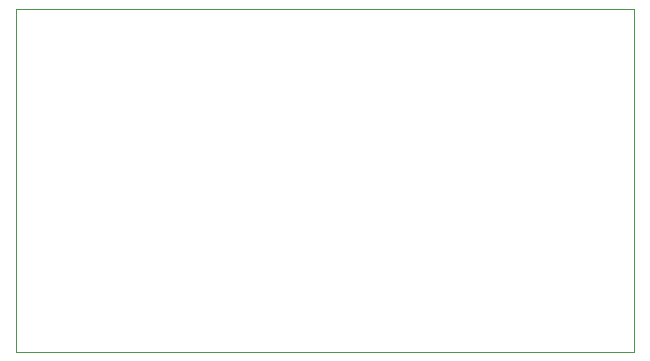
<source format=gbr>
%TF.GenerationSoftware,KiCad,Pcbnew,7.0.7*%
%TF.CreationDate,2023-09-11T02:53:06+05:30*%
%TF.ProjectId,DR1-Powie,4452312d-506f-4776-9965-2e6b69636164,rev?*%
%TF.SameCoordinates,Original*%
%TF.FileFunction,Profile,NP*%
%FSLAX46Y46*%
G04 Gerber Fmt 4.6, Leading zero omitted, Abs format (unit mm)*
G04 Created by KiCad (PCBNEW 7.0.7) date 2023-09-11 02:53:06*
%MOMM*%
%LPD*%
G01*
G04 APERTURE LIST*
%TA.AperFunction,Profile*%
%ADD10C,0.100000*%
%TD*%
G04 APERTURE END LIST*
D10*
X88200000Y-38300000D02*
X140500000Y-38300000D01*
X140500000Y-38300000D02*
X140500000Y-67300000D01*
X140500000Y-67300000D02*
X88200000Y-67300000D01*
X88200000Y-67300000D02*
X88200000Y-38300000D01*
M02*

</source>
